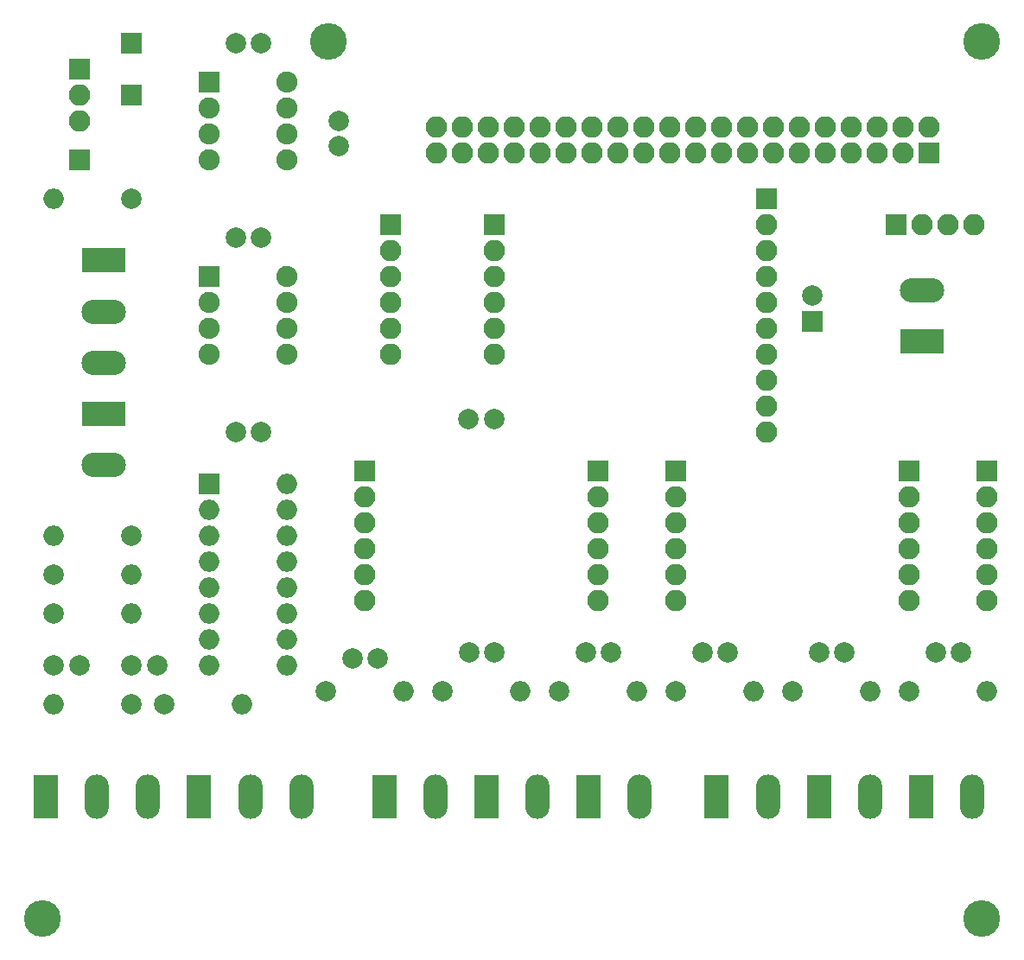
<source format=gbr>
G04 #@! TF.GenerationSoftware,KiCad,Pcbnew,(5.0.0-3-g5ebb6b6)*
G04 #@! TF.CreationDate,2018-09-26T10:49:06+01:00*
G04 #@! TF.ProjectId,rPIHeatingController,72504948656174696E67436F6E74726F,rev?*
G04 #@! TF.SameCoordinates,Original*
G04 #@! TF.FileFunction,Soldermask,Top*
G04 #@! TF.FilePolarity,Negative*
%FSLAX46Y46*%
G04 Gerber Fmt 4.6, Leading zero omitted, Abs format (unit mm)*
G04 Created by KiCad (PCBNEW (5.0.0-3-g5ebb6b6)) date Wednesday, 26 September 2018 at 10:49:06*
%MOMM*%
%LPD*%
G01*
G04 APERTURE LIST*
%ADD10C,3.600000*%
%ADD11R,2.100000X2.100000*%
%ADD12R,2.000000X2.000000*%
%ADD13C,2.000000*%
%ADD14O,2.100000X2.100000*%
%ADD15R,2.380000X4.360000*%
%ADD16O,2.380000X4.360000*%
%ADD17O,4.360000X2.380000*%
%ADD18R,4.360000X2.380000*%
%ADD19O,2.000000X2.000000*%
%ADD20R,2.076400X2.076400*%
%ADD21C,2.076400*%
G04 APERTURE END LIST*
D10*
G04 #@! TO.C,REF\002A\002A*
X188140000Y-55520000D03*
G04 #@! TD*
D11*
G04 #@! TO.C,TP1*
X104840000Y-60780000D03*
G04 #@! TD*
G04 #@! TO.C,TP3*
X104840000Y-55700000D03*
G04 #@! TD*
G04 #@! TO.C,TP2*
X99760000Y-67130000D03*
G04 #@! TD*
D12*
G04 #@! TO.C,C13*
X171515000Y-82965000D03*
D13*
X171515000Y-80465000D03*
G04 #@! TD*
D11*
G04 #@! TO.C,J10*
X182945000Y-66495000D03*
D14*
X182945000Y-63955000D03*
X180405000Y-66495000D03*
X180405000Y-63955000D03*
X177865000Y-66495000D03*
X177865000Y-63955000D03*
X175325000Y-66495000D03*
X175325000Y-63955000D03*
X172785000Y-66495000D03*
X172785000Y-63955000D03*
X170245000Y-66495000D03*
X170245000Y-63955000D03*
X167705000Y-66495000D03*
X167705000Y-63955000D03*
X165165000Y-66495000D03*
X165165000Y-63955000D03*
X162625000Y-66495000D03*
X162625000Y-63955000D03*
X160085000Y-66495000D03*
X160085000Y-63955000D03*
X157545000Y-66495000D03*
X157545000Y-63955000D03*
X155005000Y-66495000D03*
X155005000Y-63955000D03*
X152465000Y-66495000D03*
X152465000Y-63955000D03*
X149925000Y-66495000D03*
X149925000Y-63955000D03*
X147385000Y-66495000D03*
X147385000Y-63955000D03*
X144845000Y-66495000D03*
X144845000Y-63955000D03*
X142305000Y-66495000D03*
X142305000Y-63955000D03*
X139765000Y-66495000D03*
X139765000Y-63955000D03*
X137225000Y-66495000D03*
X137225000Y-63955000D03*
X134685000Y-66495000D03*
X134685000Y-63955000D03*
G04 #@! TD*
D13*
G04 #@! TO.C,C1*
X99720000Y-116660000D03*
X97220000Y-116660000D03*
G04 #@! TD*
G04 #@! TO.C,C2*
X104840000Y-116660000D03*
X107340000Y-116660000D03*
G04 #@! TD*
G04 #@! TO.C,C3*
X126470000Y-116025000D03*
X128970000Y-116025000D03*
G04 #@! TD*
G04 #@! TO.C,C4*
X140400000Y-115390000D03*
X137900000Y-115390000D03*
G04 #@! TD*
G04 #@! TO.C,C5*
X149330000Y-115390000D03*
X151830000Y-115390000D03*
G04 #@! TD*
G04 #@! TO.C,C6*
X163260000Y-115390000D03*
X160760000Y-115390000D03*
G04 #@! TD*
G04 #@! TO.C,C7*
X174690000Y-115390000D03*
X172190000Y-115390000D03*
G04 #@! TD*
G04 #@! TO.C,C8*
X183620000Y-115390000D03*
X186120000Y-115390000D03*
G04 #@! TD*
G04 #@! TO.C,C9*
X117540000Y-93800000D03*
X115040000Y-93800000D03*
G04 #@! TD*
G04 #@! TO.C,C10*
X115040000Y-74750000D03*
X117540000Y-74750000D03*
G04 #@! TD*
G04 #@! TO.C,C11*
X125160000Y-63320000D03*
X125160000Y-65820000D03*
G04 #@! TD*
G04 #@! TO.C,C12*
X140360000Y-92530000D03*
X137860000Y-92530000D03*
G04 #@! TD*
G04 #@! TO.C,C14*
X115040000Y-55700000D03*
X117540000Y-55700000D03*
G04 #@! TD*
D15*
G04 #@! TO.C,J1*
X96465000Y-129520000D03*
D16*
X101465000Y-129520000D03*
X106465000Y-129520000D03*
G04 #@! TD*
G04 #@! TO.C,J2*
X121465000Y-129520000D03*
X116465000Y-129520000D03*
D15*
X111465000Y-129520000D03*
G04 #@! TD*
D16*
G04 #@! TO.C,J3*
X134640000Y-129520000D03*
D15*
X129640000Y-129520000D03*
G04 #@! TD*
G04 #@! TO.C,J4*
X139640000Y-129520000D03*
D16*
X144640000Y-129520000D03*
G04 #@! TD*
G04 #@! TO.C,J5*
X154640000Y-129520000D03*
D15*
X149640000Y-129520000D03*
G04 #@! TD*
D11*
G04 #@! TO.C,J6*
X140400000Y-73480000D03*
D14*
X140400000Y-76020000D03*
X140400000Y-78560000D03*
X140400000Y-81100000D03*
X140400000Y-83640000D03*
X140400000Y-86180000D03*
G04 #@! TD*
D11*
G04 #@! TO.C,J7*
X150560000Y-97610000D03*
D14*
X150560000Y-100150000D03*
X150560000Y-102690000D03*
X150560000Y-105230000D03*
X150560000Y-107770000D03*
X150560000Y-110310000D03*
G04 #@! TD*
G04 #@! TO.C,J8*
X130240000Y-86180000D03*
X130240000Y-83640000D03*
X130240000Y-81100000D03*
X130240000Y-78560000D03*
X130240000Y-76020000D03*
D11*
X130240000Y-73480000D03*
G04 #@! TD*
D14*
G04 #@! TO.C,J9*
X127700000Y-110310000D03*
X127700000Y-107770000D03*
X127700000Y-105230000D03*
X127700000Y-102690000D03*
X127700000Y-100150000D03*
D11*
X127700000Y-97610000D03*
G04 #@! TD*
D15*
G04 #@! TO.C,J11*
X162180000Y-129520000D03*
D16*
X167180000Y-129520000D03*
G04 #@! TD*
G04 #@! TO.C,J12*
X177180000Y-129520000D03*
D15*
X172180000Y-129520000D03*
G04 #@! TD*
G04 #@! TO.C,J13*
X182180000Y-129520000D03*
D16*
X187180000Y-129520000D03*
G04 #@! TD*
D14*
G04 #@! TO.C,J14*
X181040000Y-110310000D03*
X181040000Y-107770000D03*
X181040000Y-105230000D03*
X181040000Y-102690000D03*
X181040000Y-100150000D03*
D11*
X181040000Y-97610000D03*
G04 #@! TD*
D17*
G04 #@! TO.C,J15*
X102140000Y-87020000D03*
X102140000Y-82020000D03*
D18*
X102140000Y-77020000D03*
G04 #@! TD*
D11*
G04 #@! TO.C,J16*
X158180000Y-97610000D03*
D14*
X158180000Y-100150000D03*
X158180000Y-102690000D03*
X158180000Y-105230000D03*
X158180000Y-107770000D03*
X158180000Y-110310000D03*
G04 #@! TD*
D18*
G04 #@! TO.C,J17*
X182310000Y-84910000D03*
D17*
X182310000Y-79910000D03*
G04 #@! TD*
D14*
G04 #@! TO.C,J18*
X188660000Y-110310000D03*
X188660000Y-107770000D03*
X188660000Y-105230000D03*
X188660000Y-102690000D03*
X188660000Y-100150000D03*
D11*
X188660000Y-97610000D03*
G04 #@! TD*
D17*
G04 #@! TO.C,J19*
X102140000Y-97020000D03*
D18*
X102140000Y-92020000D03*
G04 #@! TD*
D19*
G04 #@! TO.C,R1*
X131510000Y-119200000D03*
D13*
X123890000Y-119200000D03*
G04 #@! TD*
D19*
G04 #@! TO.C,R2*
X142940000Y-119200000D03*
D13*
X135320000Y-119200000D03*
G04 #@! TD*
D19*
G04 #@! TO.C,R3*
X154370000Y-119200000D03*
D13*
X146750000Y-119200000D03*
G04 #@! TD*
G04 #@! TO.C,R4*
X158180000Y-119200000D03*
D19*
X165800000Y-119200000D03*
G04 #@! TD*
G04 #@! TO.C,R5*
X177230000Y-119200000D03*
D13*
X169610000Y-119200000D03*
G04 #@! TD*
G04 #@! TO.C,R6*
X181040000Y-119200000D03*
D19*
X188660000Y-119200000D03*
G04 #@! TD*
D13*
G04 #@! TO.C,R7*
X104840000Y-70940000D03*
D19*
X97220000Y-70940000D03*
G04 #@! TD*
D13*
G04 #@! TO.C,R8*
X104840000Y-103960000D03*
D19*
X97220000Y-103960000D03*
G04 #@! TD*
D20*
G04 #@! TO.C,U1*
X112460000Y-59510000D03*
D21*
X112460000Y-62050000D03*
X112460000Y-64590000D03*
X112460000Y-67130000D03*
X120080000Y-67130000D03*
X120080000Y-64590000D03*
X120080000Y-62050000D03*
X120080000Y-59510000D03*
G04 #@! TD*
G04 #@! TO.C,U2*
X120080000Y-78560000D03*
X120080000Y-81100000D03*
X120080000Y-83640000D03*
X120080000Y-86180000D03*
X112460000Y-86180000D03*
X112460000Y-83640000D03*
X112460000Y-81100000D03*
D20*
X112460000Y-78560000D03*
G04 #@! TD*
D19*
G04 #@! TO.C,U3*
X120080000Y-98880000D03*
X112460000Y-116660000D03*
X120080000Y-101420000D03*
X112460000Y-114120000D03*
X120080000Y-103960000D03*
X112460000Y-111580000D03*
X120080000Y-106500000D03*
X112460000Y-109040000D03*
X120080000Y-109040000D03*
X112460000Y-106500000D03*
X120080000Y-111580000D03*
X112460000Y-103960000D03*
X120080000Y-114120000D03*
X112460000Y-101420000D03*
X120080000Y-116660000D03*
D12*
X112460000Y-98880000D03*
G04 #@! TD*
D14*
G04 #@! TO.C,J21*
X187390000Y-73480000D03*
X184850000Y-73480000D03*
X182310000Y-73480000D03*
D11*
X179770000Y-73480000D03*
G04 #@! TD*
D14*
G04 #@! TO.C,J20*
X167070000Y-93800000D03*
X167070000Y-91260000D03*
X167070000Y-88720000D03*
X167070000Y-86180000D03*
X167070000Y-83640000D03*
X167070000Y-81100000D03*
X167070000Y-78560000D03*
X167070000Y-76020000D03*
X167070000Y-73480000D03*
D11*
X167070000Y-70940000D03*
G04 #@! TD*
D14*
G04 #@! TO.C,J22*
X99760000Y-63320000D03*
X99760000Y-60780000D03*
D11*
X99760000Y-58240000D03*
G04 #@! TD*
D19*
G04 #@! TO.C,R9*
X104840000Y-107770000D03*
D13*
X97220000Y-107770000D03*
G04 #@! TD*
G04 #@! TO.C,R10*
X97220000Y-111580000D03*
D19*
X104840000Y-111580000D03*
G04 #@! TD*
D13*
G04 #@! TO.C,R11*
X104840000Y-120470000D03*
D19*
X97220000Y-120470000D03*
G04 #@! TD*
G04 #@! TO.C,R12*
X115635000Y-120470000D03*
D13*
X108015000Y-120470000D03*
G04 #@! TD*
D10*
G04 #@! TO.C,REF\002A\002A*
X96140000Y-141520000D03*
G04 #@! TD*
G04 #@! TO.C,REF\002A\002A*
X124140000Y-55520000D03*
G04 #@! TD*
G04 #@! TO.C,REF\002A\002A*
X188140000Y-141520000D03*
G04 #@! TD*
M02*

</source>
